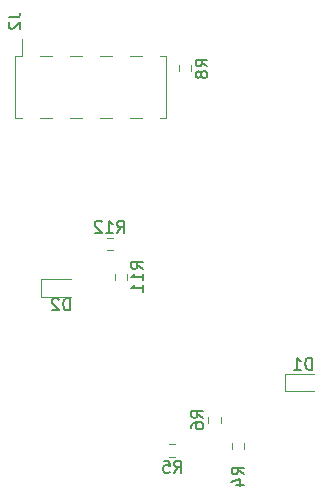
<source format=gbr>
%TF.GenerationSoftware,KiCad,Pcbnew,5.1.10-8.fc35*%
%TF.CreationDate,2021-11-18T10:19:23+00:00*%
%TF.ProjectId,cryosub_power_converter_top_v02,6372796f-7375-4625-9f70-6f7765725f63,rev?*%
%TF.SameCoordinates,Original*%
%TF.FileFunction,Legend,Bot*%
%TF.FilePolarity,Positive*%
%FSLAX45Y45*%
G04 Gerber Fmt 4.5, Leading zero omitted, Abs format (unit mm)*
G04 Created by KiCad (PCBNEW 5.1.10-8.fc35) date 2021-11-18 10:19:23*
%MOMM*%
%LPD*%
G01*
G04 APERTURE LIST*
%ADD10C,0.120000*%
%ADD11C,0.150000*%
G04 APERTURE END LIST*
D10*
%TO.C,D1*%
X13092500Y-13373500D02*
X12846500Y-13373500D01*
X12846500Y-13373500D02*
X12846500Y-13226500D01*
X12846500Y-13226500D02*
X13092500Y-13226500D01*
%TO.C,R12*%
X11386722Y-12077750D02*
X11335778Y-12077750D01*
X11386722Y-12182250D02*
X11335778Y-12182250D01*
%TO.C,R11*%
X11507250Y-12429222D02*
X11507250Y-12378278D01*
X11402750Y-12429222D02*
X11402750Y-12378278D01*
%TO.C,D2*%
X11030000Y-12573500D02*
X10784000Y-12573500D01*
X10784000Y-12573500D02*
X10784000Y-12426500D01*
X10784000Y-12426500D02*
X11030000Y-12426500D01*
%TO.C,J2*%
X10559000Y-10540000D02*
X10559000Y-11060000D01*
X11841000Y-10540000D02*
X11841000Y-11060000D01*
X10616000Y-10396000D02*
X10616000Y-10540000D01*
X10559000Y-10540000D02*
X10616000Y-10540000D01*
X10559000Y-11060000D02*
X10616000Y-11060000D01*
X11784000Y-10540000D02*
X11841000Y-10540000D01*
X11784000Y-11060000D02*
X11841000Y-11060000D01*
X10768000Y-10540000D02*
X10870000Y-10540000D01*
X10768000Y-11060000D02*
X10870000Y-11060000D01*
X11022000Y-10540000D02*
X11124000Y-10540000D01*
X11022000Y-11060000D02*
X11124000Y-11060000D01*
X11276000Y-10540000D02*
X11378000Y-10540000D01*
X11276000Y-11060000D02*
X11378000Y-11060000D01*
X11530000Y-10540000D02*
X11632000Y-10540000D01*
X11530000Y-11060000D02*
X11632000Y-11060000D01*
%TO.C,R4*%
X12397750Y-13808278D02*
X12397750Y-13859222D01*
X12502250Y-13808278D02*
X12502250Y-13859222D01*
%TO.C,R5*%
X11865778Y-13927250D02*
X11916722Y-13927250D01*
X11865778Y-13822750D02*
X11916722Y-13822750D01*
%TO.C,R6*%
X12197750Y-13590778D02*
X12197750Y-13641722D01*
X12302250Y-13590778D02*
X12302250Y-13641722D01*
%TO.C,R8*%
X11947750Y-10666722D02*
X11947750Y-10615778D01*
X12052250Y-10666722D02*
X12052250Y-10615778D01*
%TO.C,D1*%
D11*
X13073809Y-13190238D02*
X13073809Y-13090238D01*
X13050000Y-13090238D01*
X13035714Y-13095000D01*
X13026190Y-13104524D01*
X13021428Y-13114048D01*
X13016667Y-13133095D01*
X13016667Y-13147381D01*
X13021428Y-13166428D01*
X13026190Y-13175952D01*
X13035714Y-13185476D01*
X13050000Y-13190238D01*
X13073809Y-13190238D01*
X12921428Y-13190238D02*
X12978571Y-13190238D01*
X12950000Y-13190238D02*
X12950000Y-13090238D01*
X12959524Y-13104524D01*
X12969048Y-13114048D01*
X12978571Y-13118809D01*
%TO.C,R12*%
X11425536Y-12032238D02*
X11458869Y-11984619D01*
X11482678Y-12032238D02*
X11482678Y-11932238D01*
X11444583Y-11932238D01*
X11435059Y-11937000D01*
X11430298Y-11941762D01*
X11425536Y-11951286D01*
X11425536Y-11965571D01*
X11430298Y-11975095D01*
X11435059Y-11979857D01*
X11444583Y-11984619D01*
X11482678Y-11984619D01*
X11330298Y-12032238D02*
X11387440Y-12032238D01*
X11358869Y-12032238D02*
X11358869Y-11932238D01*
X11368393Y-11946524D01*
X11377917Y-11956048D01*
X11387440Y-11960809D01*
X11292202Y-11941762D02*
X11287440Y-11937000D01*
X11277917Y-11932238D01*
X11254107Y-11932238D01*
X11244583Y-11937000D01*
X11239821Y-11941762D01*
X11235059Y-11951286D01*
X11235059Y-11960809D01*
X11239821Y-11975095D01*
X11296964Y-12032238D01*
X11235059Y-12032238D01*
%TO.C,R11*%
X11643238Y-12339464D02*
X11595619Y-12306131D01*
X11643238Y-12282321D02*
X11543238Y-12282321D01*
X11543238Y-12320417D01*
X11548000Y-12329940D01*
X11552762Y-12334702D01*
X11562286Y-12339464D01*
X11576571Y-12339464D01*
X11586095Y-12334702D01*
X11590857Y-12329940D01*
X11595619Y-12320417D01*
X11595619Y-12282321D01*
X11643238Y-12434702D02*
X11643238Y-12377559D01*
X11643238Y-12406131D02*
X11543238Y-12406131D01*
X11557524Y-12396607D01*
X11567048Y-12387083D01*
X11571809Y-12377559D01*
X11643238Y-12529940D02*
X11643238Y-12472798D01*
X11643238Y-12501369D02*
X11543238Y-12501369D01*
X11557524Y-12491845D01*
X11567048Y-12482321D01*
X11571809Y-12472798D01*
%TO.C,D2*%
X11023810Y-12688238D02*
X11023810Y-12588238D01*
X11000000Y-12588238D01*
X10985714Y-12593000D01*
X10976190Y-12602524D01*
X10971429Y-12612048D01*
X10966667Y-12631095D01*
X10966667Y-12645381D01*
X10971429Y-12664428D01*
X10976190Y-12673952D01*
X10985714Y-12683476D01*
X11000000Y-12688238D01*
X11023810Y-12688238D01*
X10928571Y-12597762D02*
X10923810Y-12593000D01*
X10914286Y-12588238D01*
X10890476Y-12588238D01*
X10880952Y-12593000D01*
X10876190Y-12597762D01*
X10871429Y-12607286D01*
X10871429Y-12616809D01*
X10876190Y-12631095D01*
X10933333Y-12688238D01*
X10871429Y-12688238D01*
%TO.C,J2*%
X10505238Y-10206667D02*
X10576667Y-10206667D01*
X10590952Y-10201905D01*
X10600476Y-10192381D01*
X10605238Y-10178095D01*
X10605238Y-10168571D01*
X10514762Y-10249524D02*
X10510000Y-10254286D01*
X10505238Y-10263810D01*
X10505238Y-10287619D01*
X10510000Y-10297143D01*
X10514762Y-10301905D01*
X10524286Y-10306667D01*
X10533810Y-10306667D01*
X10548095Y-10301905D01*
X10605238Y-10244762D01*
X10605238Y-10306667D01*
%TO.C,R4*%
X12495238Y-14078333D02*
X12447619Y-14045000D01*
X12495238Y-14021190D02*
X12395238Y-14021190D01*
X12395238Y-14059286D01*
X12400000Y-14068809D01*
X12404762Y-14073571D01*
X12414286Y-14078333D01*
X12428571Y-14078333D01*
X12438095Y-14073571D01*
X12442857Y-14068809D01*
X12447619Y-14059286D01*
X12447619Y-14021190D01*
X12428571Y-14164048D02*
X12495238Y-14164048D01*
X12390476Y-14140238D02*
X12461905Y-14116428D01*
X12461905Y-14178333D01*
%TO.C,R5*%
X11907917Y-14063238D02*
X11941250Y-14015619D01*
X11965059Y-14063238D02*
X11965059Y-13963238D01*
X11926964Y-13963238D01*
X11917440Y-13968000D01*
X11912678Y-13972762D01*
X11907917Y-13982286D01*
X11907917Y-13996571D01*
X11912678Y-14006095D01*
X11917440Y-14010857D01*
X11926964Y-14015619D01*
X11965059Y-14015619D01*
X11817440Y-13963238D02*
X11865059Y-13963238D01*
X11869821Y-14010857D01*
X11865059Y-14006095D01*
X11855536Y-14001333D01*
X11831726Y-14001333D01*
X11822202Y-14006095D01*
X11817440Y-14010857D01*
X11812678Y-14020381D01*
X11812678Y-14044190D01*
X11817440Y-14053714D01*
X11822202Y-14058476D01*
X11831726Y-14063238D01*
X11855536Y-14063238D01*
X11865059Y-14058476D01*
X11869821Y-14053714D01*
%TO.C,R6*%
X12152238Y-13599583D02*
X12104619Y-13566250D01*
X12152238Y-13542440D02*
X12052238Y-13542440D01*
X12052238Y-13580536D01*
X12057000Y-13590059D01*
X12061762Y-13594821D01*
X12071286Y-13599583D01*
X12085571Y-13599583D01*
X12095095Y-13594821D01*
X12099857Y-13590059D01*
X12104619Y-13580536D01*
X12104619Y-13542440D01*
X12052238Y-13685298D02*
X12052238Y-13666250D01*
X12057000Y-13656726D01*
X12061762Y-13651964D01*
X12076048Y-13642440D01*
X12095095Y-13637678D01*
X12133190Y-13637678D01*
X12142714Y-13642440D01*
X12147476Y-13647202D01*
X12152238Y-13656726D01*
X12152238Y-13675774D01*
X12147476Y-13685298D01*
X12142714Y-13690059D01*
X12133190Y-13694821D01*
X12109381Y-13694821D01*
X12099857Y-13690059D01*
X12095095Y-13685298D01*
X12090333Y-13675774D01*
X12090333Y-13656726D01*
X12095095Y-13647202D01*
X12099857Y-13642440D01*
X12109381Y-13637678D01*
%TO.C,R8*%
X12188238Y-10624583D02*
X12140619Y-10591250D01*
X12188238Y-10567440D02*
X12088238Y-10567440D01*
X12088238Y-10605536D01*
X12093000Y-10615060D01*
X12097762Y-10619821D01*
X12107286Y-10624583D01*
X12121571Y-10624583D01*
X12131095Y-10619821D01*
X12135857Y-10615060D01*
X12140619Y-10605536D01*
X12140619Y-10567440D01*
X12131095Y-10681726D02*
X12126333Y-10672202D01*
X12121571Y-10667440D01*
X12112048Y-10662679D01*
X12107286Y-10662679D01*
X12097762Y-10667440D01*
X12093000Y-10672202D01*
X12088238Y-10681726D01*
X12088238Y-10700774D01*
X12093000Y-10710298D01*
X12097762Y-10715060D01*
X12107286Y-10719821D01*
X12112048Y-10719821D01*
X12121571Y-10715060D01*
X12126333Y-10710298D01*
X12131095Y-10700774D01*
X12131095Y-10681726D01*
X12135857Y-10672202D01*
X12140619Y-10667440D01*
X12150143Y-10662679D01*
X12169190Y-10662679D01*
X12178714Y-10667440D01*
X12183476Y-10672202D01*
X12188238Y-10681726D01*
X12188238Y-10700774D01*
X12183476Y-10710298D01*
X12178714Y-10715060D01*
X12169190Y-10719821D01*
X12150143Y-10719821D01*
X12140619Y-10715060D01*
X12135857Y-10710298D01*
X12131095Y-10700774D01*
%TD*%
M02*

</source>
